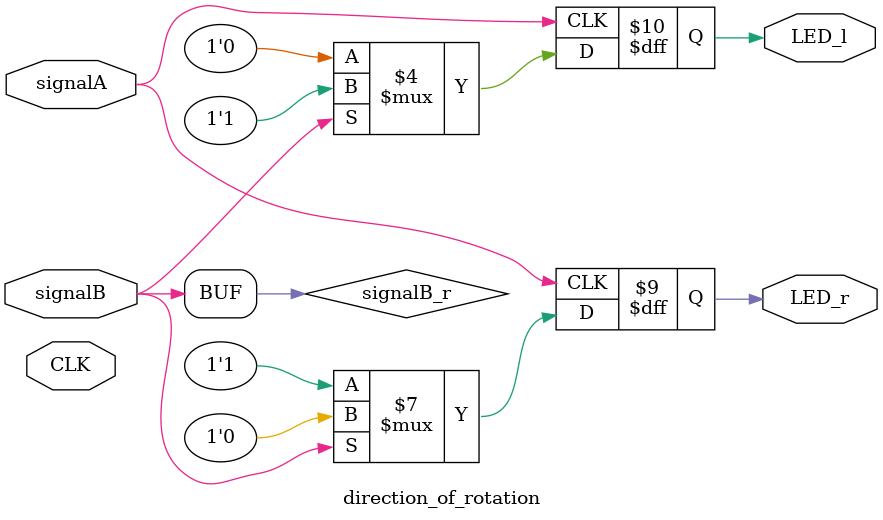
<source format=v>
module direction_of_rotation (
input  CLK,
output LED_r, // по часовой стрелки (вправо)
output LED_l, // против часовой стрелки (влево)
input signalA,
input signalB
);

wire signalA;
wire signalB;

reg signalB_r;

assign signalB = signalB_r;
always @(posedge signalA) begin
    if (signalB_r == 1'b0) begin
        LED_r <= 1'b1;
        LED_l <= 1'b0;   
    end
    else begin        
        LED_l <= 1'b1;
        LED_r <= 1'b0;
    end
end
endmodule
</source>
